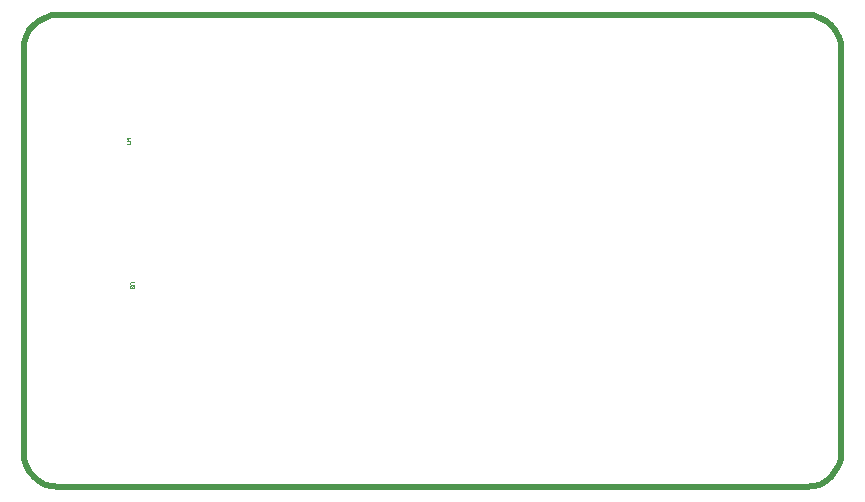
<source format=gm1>
%FSTAX23Y23*%
%MOIN*%
%SFA1B1*%

%IPPOS*%
%ADD61C,0.020000*%
%ADD63C,0.001970*%
%LNtime4cm4_modular-1*%
%LPD*%
G54D61*
X00008Y00072D02*
X00019Y00052D01*
X00034Y00034*
X00052Y00019*
X00072Y00008*
X00095Y00002*
X00118Y0*
X02608*
X02631Y00002*
X02653Y00008*
X02673Y00019*
X02691Y00034*
X02706Y00052*
X02717Y00072*
X02724Y00095*
X02726Y00118*
Y01456*
X02724Y01479D02*
X02726Y01456D01*
X02717Y01501D02*
X02724Y01479D01*
X02706Y01522D02*
X02717Y01501D01*
X02691Y0154D02*
X02706Y01522D01*
X02673Y01554D02*
X02691Y0154D01*
X02653Y01565D02*
X02673Y01554D01*
X02631Y01572D02*
X02653Y01565D01*
X02608Y01574D02*
X02631Y01572D01*
X00118Y01574D02*
X02608D01*
X00095Y01572D02*
X00118Y01574D01*
X00072Y01565D02*
X00095Y01572D01*
X00052Y01554D02*
X00072Y01565D01*
X00034Y0154D02*
X00052Y01554D01*
X00019Y01522D02*
X00034Y0154D01*
X00008Y01501D02*
X00019Y01522D01*
X00002Y01479D02*
X00008Y01501D01*
X0Y01456D02*
X00002Y01479D01*
X0Y00118D02*
Y01456D01*
Y00118D02*
X00002Y00095D01*
X00008Y00072*
X00095Y00002D02*
X00118Y0D01*
X00072Y00008D02*
X00095Y00002D01*
X00052Y00019D02*
X00072Y00008D01*
X00034Y00034D02*
X00052Y00019D01*
X00019Y00052D02*
X00034Y00034D01*
X00008Y00072D02*
X00019Y00052D01*
X00002Y00095D02*
X00008Y00072D01*
X0Y00118D02*
X00002Y00095D01*
X0Y00118D02*
Y01456D01*
X00002Y01479*
X00008Y01501*
X00019Y01522*
X00034Y0154*
X00052Y01554*
X00072Y01565*
X00095Y01572*
X00118Y01574*
X02608*
X02631Y01572*
X02653Y01565*
X02673Y01554*
X02691Y0154*
X02706Y01522*
X02717Y01501*
X02724Y01479*
X02726Y01456*
Y00118D02*
Y01456D01*
X02724Y00095D02*
X02726Y00118D01*
X02717Y00072D02*
X02724Y00095D01*
X02706Y00052D02*
X02717Y00072D01*
X02691Y00034D02*
X02706Y00052D01*
X02673Y00019D02*
X02691Y00034D01*
X02653Y00008D02*
X02673Y00019D01*
X02631Y00002D02*
X02653Y00008D01*
X02608Y0D02*
X02631Y00002D01*
X00118Y0D02*
X02618D01*
G54D63*
X00367Y00683D02*
X00357D01*
X00355Y00681*
Y00677*
X00357Y00675*
X00367*
X00365Y00671D02*
X00367Y00669D01*
Y00665*
X00365Y00663*
X00363*
X00361Y00665*
Y00667*
Y00665*
X00359Y00663*
X00357*
X00355Y00665*
Y00669*
X00357Y00671*
X00343Y01145D02*
X00353D01*
X00355Y01146*
Y0115*
X00353Y01152*
X00343*
X00355Y01162D02*
X00343D01*
X00349Y01156*
Y01164*
M02*
</source>
